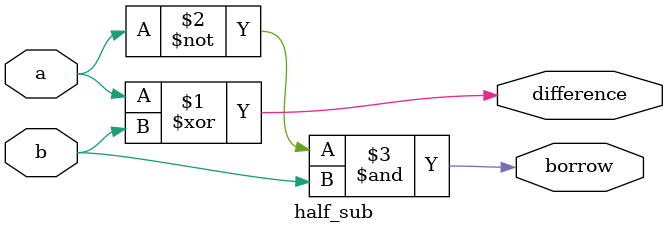
<source format=v>
`timescale 1ns / 1ps


module half_sub(
    input a, b,
    output difference, borrow

    );
    
assign difference = a ^ b;
assign borrow = ~a & b;

endmodule

</source>
